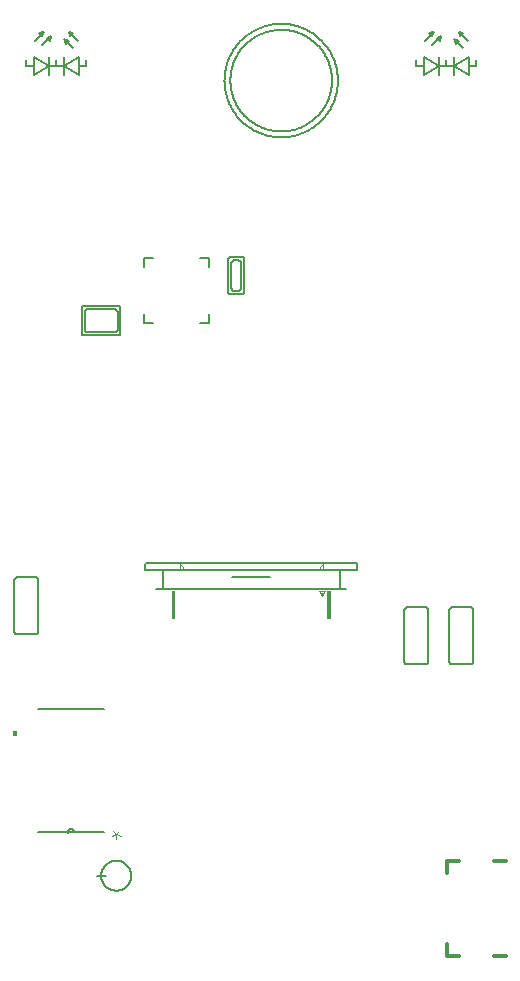
<source format=gto>
G75*
%MOIN*%
%OFA0B0*%
%FSLAX25Y25*%
%IPPOS*%
%LPD*%
%AMOC8*
5,1,8,0,0,1.08239X$1,22.5*
%
%ADD10C,0.00600*%
%ADD11C,0.01200*%
%ADD12C,0.00500*%
%ADD13C,0.00800*%
%ADD14C,0.00100*%
%ADD15C,0.00300*%
%ADD16C,0.00400*%
D10*
X0017200Y0060400D02*
X0029400Y0060400D01*
X0039200Y0060400D01*
X0039700Y0046000D02*
X0036700Y0046000D01*
X0038200Y0046000D02*
X0038202Y0046141D01*
X0038208Y0046282D01*
X0038218Y0046422D01*
X0038232Y0046562D01*
X0038250Y0046702D01*
X0038271Y0046841D01*
X0038297Y0046980D01*
X0038326Y0047118D01*
X0038360Y0047254D01*
X0038397Y0047390D01*
X0038438Y0047525D01*
X0038483Y0047659D01*
X0038532Y0047791D01*
X0038584Y0047922D01*
X0038640Y0048051D01*
X0038700Y0048178D01*
X0038763Y0048304D01*
X0038829Y0048428D01*
X0038900Y0048551D01*
X0038973Y0048671D01*
X0039050Y0048789D01*
X0039130Y0048905D01*
X0039214Y0049018D01*
X0039300Y0049129D01*
X0039390Y0049238D01*
X0039483Y0049344D01*
X0039578Y0049447D01*
X0039677Y0049548D01*
X0039778Y0049646D01*
X0039882Y0049741D01*
X0039989Y0049833D01*
X0040098Y0049922D01*
X0040210Y0050007D01*
X0040324Y0050090D01*
X0040440Y0050170D01*
X0040559Y0050246D01*
X0040680Y0050318D01*
X0040802Y0050388D01*
X0040927Y0050453D01*
X0041053Y0050516D01*
X0041181Y0050574D01*
X0041311Y0050629D01*
X0041442Y0050681D01*
X0041575Y0050728D01*
X0041709Y0050772D01*
X0041844Y0050813D01*
X0041980Y0050849D01*
X0042117Y0050881D01*
X0042255Y0050910D01*
X0042393Y0050935D01*
X0042533Y0050955D01*
X0042673Y0050972D01*
X0042813Y0050985D01*
X0042954Y0050994D01*
X0043094Y0050999D01*
X0043235Y0051000D01*
X0043376Y0050997D01*
X0043517Y0050990D01*
X0043657Y0050979D01*
X0043797Y0050964D01*
X0043937Y0050945D01*
X0044076Y0050923D01*
X0044214Y0050896D01*
X0044352Y0050866D01*
X0044488Y0050831D01*
X0044624Y0050793D01*
X0044758Y0050751D01*
X0044892Y0050705D01*
X0045024Y0050656D01*
X0045154Y0050602D01*
X0045283Y0050545D01*
X0045410Y0050485D01*
X0045536Y0050421D01*
X0045659Y0050353D01*
X0045781Y0050282D01*
X0045901Y0050208D01*
X0046018Y0050130D01*
X0046133Y0050049D01*
X0046246Y0049965D01*
X0046357Y0049878D01*
X0046465Y0049787D01*
X0046570Y0049694D01*
X0046673Y0049597D01*
X0046773Y0049498D01*
X0046870Y0049396D01*
X0046964Y0049291D01*
X0047055Y0049184D01*
X0047143Y0049074D01*
X0047228Y0048962D01*
X0047310Y0048847D01*
X0047389Y0048730D01*
X0047464Y0048611D01*
X0047536Y0048490D01*
X0047604Y0048367D01*
X0047669Y0048242D01*
X0047731Y0048115D01*
X0047788Y0047986D01*
X0047843Y0047856D01*
X0047893Y0047725D01*
X0047940Y0047592D01*
X0047983Y0047458D01*
X0048022Y0047322D01*
X0048057Y0047186D01*
X0048089Y0047049D01*
X0048116Y0046911D01*
X0048140Y0046772D01*
X0048160Y0046632D01*
X0048176Y0046492D01*
X0048188Y0046352D01*
X0048196Y0046211D01*
X0048200Y0046070D01*
X0048200Y0045930D01*
X0048196Y0045789D01*
X0048188Y0045648D01*
X0048176Y0045508D01*
X0048160Y0045368D01*
X0048140Y0045228D01*
X0048116Y0045089D01*
X0048089Y0044951D01*
X0048057Y0044814D01*
X0048022Y0044678D01*
X0047983Y0044542D01*
X0047940Y0044408D01*
X0047893Y0044275D01*
X0047843Y0044144D01*
X0047788Y0044014D01*
X0047731Y0043885D01*
X0047669Y0043758D01*
X0047604Y0043633D01*
X0047536Y0043510D01*
X0047464Y0043389D01*
X0047389Y0043270D01*
X0047310Y0043153D01*
X0047228Y0043038D01*
X0047143Y0042926D01*
X0047055Y0042816D01*
X0046964Y0042709D01*
X0046870Y0042604D01*
X0046773Y0042502D01*
X0046673Y0042403D01*
X0046570Y0042306D01*
X0046465Y0042213D01*
X0046357Y0042122D01*
X0046246Y0042035D01*
X0046133Y0041951D01*
X0046018Y0041870D01*
X0045901Y0041792D01*
X0045781Y0041718D01*
X0045659Y0041647D01*
X0045536Y0041579D01*
X0045410Y0041515D01*
X0045283Y0041455D01*
X0045154Y0041398D01*
X0045024Y0041344D01*
X0044892Y0041295D01*
X0044758Y0041249D01*
X0044624Y0041207D01*
X0044488Y0041169D01*
X0044352Y0041134D01*
X0044214Y0041104D01*
X0044076Y0041077D01*
X0043937Y0041055D01*
X0043797Y0041036D01*
X0043657Y0041021D01*
X0043517Y0041010D01*
X0043376Y0041003D01*
X0043235Y0041000D01*
X0043094Y0041001D01*
X0042954Y0041006D01*
X0042813Y0041015D01*
X0042673Y0041028D01*
X0042533Y0041045D01*
X0042393Y0041065D01*
X0042255Y0041090D01*
X0042117Y0041119D01*
X0041980Y0041151D01*
X0041844Y0041187D01*
X0041709Y0041228D01*
X0041575Y0041272D01*
X0041442Y0041319D01*
X0041311Y0041371D01*
X0041181Y0041426D01*
X0041053Y0041484D01*
X0040927Y0041547D01*
X0040802Y0041612D01*
X0040680Y0041682D01*
X0040559Y0041754D01*
X0040440Y0041830D01*
X0040324Y0041910D01*
X0040210Y0041993D01*
X0040098Y0042078D01*
X0039989Y0042167D01*
X0039882Y0042259D01*
X0039778Y0042354D01*
X0039677Y0042452D01*
X0039578Y0042553D01*
X0039483Y0042656D01*
X0039390Y0042762D01*
X0039300Y0042871D01*
X0039214Y0042982D01*
X0039130Y0043095D01*
X0039050Y0043211D01*
X0038973Y0043329D01*
X0038900Y0043449D01*
X0038829Y0043572D01*
X0038763Y0043696D01*
X0038700Y0043822D01*
X0038640Y0043949D01*
X0038584Y0044078D01*
X0038532Y0044209D01*
X0038483Y0044341D01*
X0038438Y0044475D01*
X0038397Y0044610D01*
X0038360Y0044746D01*
X0038326Y0044882D01*
X0038297Y0045020D01*
X0038271Y0045159D01*
X0038250Y0045298D01*
X0038232Y0045438D01*
X0038218Y0045578D01*
X0038208Y0045718D01*
X0038202Y0045859D01*
X0038200Y0046000D01*
X0029400Y0060400D02*
X0029395Y0060468D01*
X0029386Y0060536D01*
X0029374Y0060604D01*
X0029357Y0060670D01*
X0029337Y0060736D01*
X0029313Y0060800D01*
X0029286Y0060863D01*
X0029255Y0060924D01*
X0029220Y0060984D01*
X0029182Y0061041D01*
X0029141Y0061096D01*
X0029097Y0061148D01*
X0029050Y0061198D01*
X0029000Y0061245D01*
X0028948Y0061290D01*
X0028893Y0061331D01*
X0028836Y0061369D01*
X0028777Y0061403D01*
X0028716Y0061435D01*
X0028653Y0061462D01*
X0028589Y0061486D01*
X0028523Y0061507D01*
X0028457Y0061523D01*
X0028389Y0061536D01*
X0028321Y0061545D01*
X0028253Y0061550D01*
X0028184Y0061551D01*
X0028116Y0061548D01*
X0028047Y0061541D01*
X0027980Y0061531D01*
X0027913Y0061516D01*
X0027847Y0061498D01*
X0027782Y0061476D01*
X0027718Y0061450D01*
X0027656Y0061421D01*
X0027596Y0061388D01*
X0027538Y0061352D01*
X0027481Y0061312D01*
X0027428Y0061270D01*
X0027376Y0061224D01*
X0027328Y0061176D01*
X0027282Y0061125D01*
X0027239Y0061071D01*
X0027200Y0061015D01*
X0027163Y0060957D01*
X0027131Y0060897D01*
X0027101Y0060835D01*
X0027075Y0060771D01*
X0027053Y0060706D01*
X0027035Y0060640D01*
X0027020Y0060573D01*
X0027009Y0060505D01*
X0027002Y0060437D01*
X0026999Y0060369D01*
X0027000Y0060300D01*
X0026999Y0060369D01*
X0027002Y0060437D01*
X0027009Y0060505D01*
X0027020Y0060573D01*
X0027035Y0060640D01*
X0027053Y0060706D01*
X0027075Y0060771D01*
X0027101Y0060835D01*
X0027131Y0060897D01*
X0027163Y0060957D01*
X0027200Y0061015D01*
X0027239Y0061071D01*
X0027282Y0061125D01*
X0027328Y0061176D01*
X0027376Y0061224D01*
X0027428Y0061270D01*
X0027481Y0061312D01*
X0027538Y0061352D01*
X0027596Y0061388D01*
X0027656Y0061421D01*
X0027718Y0061450D01*
X0027782Y0061476D01*
X0027847Y0061498D01*
X0027913Y0061516D01*
X0027980Y0061531D01*
X0028047Y0061541D01*
X0028116Y0061548D01*
X0028184Y0061551D01*
X0028253Y0061550D01*
X0028321Y0061545D01*
X0028389Y0061536D01*
X0028457Y0061523D01*
X0028523Y0061507D01*
X0028589Y0061486D01*
X0028653Y0061462D01*
X0028716Y0061435D01*
X0028777Y0061403D01*
X0028836Y0061369D01*
X0028893Y0061331D01*
X0028948Y0061290D01*
X0029000Y0061245D01*
X0029050Y0061198D01*
X0029097Y0061148D01*
X0029141Y0061096D01*
X0029182Y0061041D01*
X0029220Y0060984D01*
X0029255Y0060924D01*
X0029286Y0060863D01*
X0029313Y0060800D01*
X0029337Y0060736D01*
X0029357Y0060670D01*
X0029374Y0060604D01*
X0029386Y0060536D01*
X0029395Y0060468D01*
X0029400Y0060400D01*
X0039200Y0101600D02*
X0017200Y0101600D01*
X0016200Y0126500D02*
X0010200Y0126500D01*
X0010140Y0126502D01*
X0010079Y0126507D01*
X0010020Y0126516D01*
X0009961Y0126529D01*
X0009902Y0126545D01*
X0009845Y0126565D01*
X0009790Y0126588D01*
X0009735Y0126615D01*
X0009683Y0126644D01*
X0009632Y0126677D01*
X0009583Y0126713D01*
X0009537Y0126751D01*
X0009493Y0126793D01*
X0009451Y0126837D01*
X0009413Y0126883D01*
X0009377Y0126932D01*
X0009344Y0126983D01*
X0009315Y0127035D01*
X0009288Y0127090D01*
X0009265Y0127145D01*
X0009245Y0127202D01*
X0009229Y0127261D01*
X0009216Y0127320D01*
X0009207Y0127379D01*
X0009202Y0127440D01*
X0009200Y0127500D01*
X0009200Y0144500D01*
X0009202Y0144560D01*
X0009207Y0144621D01*
X0009216Y0144680D01*
X0009229Y0144739D01*
X0009245Y0144798D01*
X0009265Y0144855D01*
X0009288Y0144910D01*
X0009315Y0144965D01*
X0009344Y0145017D01*
X0009377Y0145068D01*
X0009413Y0145117D01*
X0009451Y0145163D01*
X0009493Y0145207D01*
X0009537Y0145249D01*
X0009583Y0145287D01*
X0009632Y0145323D01*
X0009683Y0145356D01*
X0009735Y0145385D01*
X0009790Y0145412D01*
X0009845Y0145435D01*
X0009902Y0145455D01*
X0009961Y0145471D01*
X0010020Y0145484D01*
X0010079Y0145493D01*
X0010140Y0145498D01*
X0010200Y0145500D01*
X0016200Y0145500D01*
X0016260Y0145498D01*
X0016321Y0145493D01*
X0016380Y0145484D01*
X0016439Y0145471D01*
X0016498Y0145455D01*
X0016555Y0145435D01*
X0016610Y0145412D01*
X0016665Y0145385D01*
X0016717Y0145356D01*
X0016768Y0145323D01*
X0016817Y0145287D01*
X0016863Y0145249D01*
X0016907Y0145207D01*
X0016949Y0145163D01*
X0016987Y0145117D01*
X0017023Y0145068D01*
X0017056Y0145017D01*
X0017085Y0144965D01*
X0017112Y0144910D01*
X0017135Y0144855D01*
X0017155Y0144798D01*
X0017171Y0144739D01*
X0017184Y0144680D01*
X0017193Y0144621D01*
X0017198Y0144560D01*
X0017200Y0144500D01*
X0017200Y0127500D01*
X0017198Y0127440D01*
X0017193Y0127379D01*
X0017184Y0127320D01*
X0017171Y0127261D01*
X0017155Y0127202D01*
X0017135Y0127145D01*
X0017112Y0127090D01*
X0017085Y0127035D01*
X0017056Y0126983D01*
X0017023Y0126932D01*
X0016987Y0126883D01*
X0016949Y0126837D01*
X0016907Y0126793D01*
X0016863Y0126751D01*
X0016817Y0126713D01*
X0016768Y0126677D01*
X0016717Y0126644D01*
X0016665Y0126615D01*
X0016610Y0126588D01*
X0016555Y0126565D01*
X0016498Y0126545D01*
X0016439Y0126529D01*
X0016380Y0126516D01*
X0016321Y0126507D01*
X0016260Y0126502D01*
X0016200Y0126500D01*
X0015700Y0313000D02*
X0020700Y0316000D01*
X0023200Y0316000D01*
X0025700Y0316000D01*
X0030700Y0313000D01*
X0030700Y0316000D01*
X0033200Y0316000D01*
X0033200Y0318000D01*
X0030700Y0319000D02*
X0030700Y0316000D01*
X0030700Y0319000D02*
X0025700Y0316000D01*
X0025700Y0313000D01*
X0025700Y0316000D02*
X0025700Y0319000D01*
X0023200Y0318000D02*
X0023200Y0316000D01*
X0020700Y0316000D02*
X0020700Y0313000D01*
X0020700Y0316000D02*
X0020700Y0319000D01*
X0020700Y0316000D02*
X0015700Y0319000D01*
X0015700Y0316000D01*
X0015700Y0313000D01*
X0015700Y0316000D02*
X0013200Y0316000D01*
X0013200Y0318000D01*
X0016000Y0324200D02*
X0019000Y0327200D01*
X0017500Y0326700D01*
X0018500Y0325700D01*
X0019000Y0327200D01*
X0018000Y0326700D02*
X0018500Y0326200D01*
X0020000Y0325200D02*
X0021000Y0324200D01*
X0021500Y0325700D01*
X0020000Y0325200D01*
X0020500Y0325200D02*
X0021000Y0324700D01*
X0021500Y0325700D02*
X0018500Y0322700D01*
X0025900Y0324800D02*
X0026400Y0323300D01*
X0027400Y0324300D01*
X0025900Y0324800D01*
X0028900Y0321800D01*
X0030400Y0324300D02*
X0027400Y0327300D01*
X0028900Y0326800D01*
X0027900Y0325800D01*
X0027400Y0327300D01*
X0028200Y0327000D02*
X0028400Y0326800D01*
X0026900Y0324300D02*
X0026400Y0323800D01*
X0139200Y0134500D02*
X0139200Y0117500D01*
X0139202Y0117440D01*
X0139207Y0117379D01*
X0139216Y0117320D01*
X0139229Y0117261D01*
X0139245Y0117202D01*
X0139265Y0117145D01*
X0139288Y0117090D01*
X0139315Y0117035D01*
X0139344Y0116983D01*
X0139377Y0116932D01*
X0139413Y0116883D01*
X0139451Y0116837D01*
X0139493Y0116793D01*
X0139537Y0116751D01*
X0139583Y0116713D01*
X0139632Y0116677D01*
X0139683Y0116644D01*
X0139735Y0116615D01*
X0139790Y0116588D01*
X0139845Y0116565D01*
X0139902Y0116545D01*
X0139961Y0116529D01*
X0140020Y0116516D01*
X0140079Y0116507D01*
X0140140Y0116502D01*
X0140200Y0116500D01*
X0146200Y0116500D01*
X0146260Y0116502D01*
X0146321Y0116507D01*
X0146380Y0116516D01*
X0146439Y0116529D01*
X0146498Y0116545D01*
X0146555Y0116565D01*
X0146610Y0116588D01*
X0146665Y0116615D01*
X0146717Y0116644D01*
X0146768Y0116677D01*
X0146817Y0116713D01*
X0146863Y0116751D01*
X0146907Y0116793D01*
X0146949Y0116837D01*
X0146987Y0116883D01*
X0147023Y0116932D01*
X0147056Y0116983D01*
X0147085Y0117035D01*
X0147112Y0117090D01*
X0147135Y0117145D01*
X0147155Y0117202D01*
X0147171Y0117261D01*
X0147184Y0117320D01*
X0147193Y0117379D01*
X0147198Y0117440D01*
X0147200Y0117500D01*
X0147200Y0134500D01*
X0147198Y0134560D01*
X0147193Y0134621D01*
X0147184Y0134680D01*
X0147171Y0134739D01*
X0147155Y0134798D01*
X0147135Y0134855D01*
X0147112Y0134910D01*
X0147085Y0134965D01*
X0147056Y0135017D01*
X0147023Y0135068D01*
X0146987Y0135117D01*
X0146949Y0135163D01*
X0146907Y0135207D01*
X0146863Y0135249D01*
X0146817Y0135287D01*
X0146768Y0135323D01*
X0146717Y0135356D01*
X0146665Y0135385D01*
X0146610Y0135412D01*
X0146555Y0135435D01*
X0146498Y0135455D01*
X0146439Y0135471D01*
X0146380Y0135484D01*
X0146321Y0135493D01*
X0146260Y0135498D01*
X0146200Y0135500D01*
X0140200Y0135500D01*
X0140140Y0135498D01*
X0140079Y0135493D01*
X0140020Y0135484D01*
X0139961Y0135471D01*
X0139902Y0135455D01*
X0139845Y0135435D01*
X0139790Y0135412D01*
X0139735Y0135385D01*
X0139683Y0135356D01*
X0139632Y0135323D01*
X0139583Y0135287D01*
X0139537Y0135249D01*
X0139493Y0135207D01*
X0139451Y0135163D01*
X0139413Y0135117D01*
X0139377Y0135068D01*
X0139344Y0135017D01*
X0139315Y0134965D01*
X0139288Y0134910D01*
X0139265Y0134855D01*
X0139245Y0134798D01*
X0139229Y0134739D01*
X0139216Y0134680D01*
X0139207Y0134621D01*
X0139202Y0134560D01*
X0139200Y0134500D01*
X0154200Y0134500D02*
X0154200Y0117500D01*
X0154202Y0117440D01*
X0154207Y0117379D01*
X0154216Y0117320D01*
X0154229Y0117261D01*
X0154245Y0117202D01*
X0154265Y0117145D01*
X0154288Y0117090D01*
X0154315Y0117035D01*
X0154344Y0116983D01*
X0154377Y0116932D01*
X0154413Y0116883D01*
X0154451Y0116837D01*
X0154493Y0116793D01*
X0154537Y0116751D01*
X0154583Y0116713D01*
X0154632Y0116677D01*
X0154683Y0116644D01*
X0154735Y0116615D01*
X0154790Y0116588D01*
X0154845Y0116565D01*
X0154902Y0116545D01*
X0154961Y0116529D01*
X0155020Y0116516D01*
X0155079Y0116507D01*
X0155140Y0116502D01*
X0155200Y0116500D01*
X0161200Y0116500D01*
X0161260Y0116502D01*
X0161321Y0116507D01*
X0161380Y0116516D01*
X0161439Y0116529D01*
X0161498Y0116545D01*
X0161555Y0116565D01*
X0161610Y0116588D01*
X0161665Y0116615D01*
X0161717Y0116644D01*
X0161768Y0116677D01*
X0161817Y0116713D01*
X0161863Y0116751D01*
X0161907Y0116793D01*
X0161949Y0116837D01*
X0161987Y0116883D01*
X0162023Y0116932D01*
X0162056Y0116983D01*
X0162085Y0117035D01*
X0162112Y0117090D01*
X0162135Y0117145D01*
X0162155Y0117202D01*
X0162171Y0117261D01*
X0162184Y0117320D01*
X0162193Y0117379D01*
X0162198Y0117440D01*
X0162200Y0117500D01*
X0162200Y0134500D01*
X0162198Y0134560D01*
X0162193Y0134621D01*
X0162184Y0134680D01*
X0162171Y0134739D01*
X0162155Y0134798D01*
X0162135Y0134855D01*
X0162112Y0134910D01*
X0162085Y0134965D01*
X0162056Y0135017D01*
X0162023Y0135068D01*
X0161987Y0135117D01*
X0161949Y0135163D01*
X0161907Y0135207D01*
X0161863Y0135249D01*
X0161817Y0135287D01*
X0161768Y0135323D01*
X0161717Y0135356D01*
X0161665Y0135385D01*
X0161610Y0135412D01*
X0161555Y0135435D01*
X0161498Y0135455D01*
X0161439Y0135471D01*
X0161380Y0135484D01*
X0161321Y0135493D01*
X0161260Y0135498D01*
X0161200Y0135500D01*
X0155200Y0135500D01*
X0155140Y0135498D01*
X0155079Y0135493D01*
X0155020Y0135484D01*
X0154961Y0135471D01*
X0154902Y0135455D01*
X0154845Y0135435D01*
X0154790Y0135412D01*
X0154735Y0135385D01*
X0154683Y0135356D01*
X0154632Y0135323D01*
X0154583Y0135287D01*
X0154537Y0135249D01*
X0154493Y0135207D01*
X0154451Y0135163D01*
X0154413Y0135117D01*
X0154377Y0135068D01*
X0154344Y0135017D01*
X0154315Y0134965D01*
X0154288Y0134910D01*
X0154265Y0134855D01*
X0154245Y0134798D01*
X0154229Y0134739D01*
X0154216Y0134680D01*
X0154207Y0134621D01*
X0154202Y0134560D01*
X0154200Y0134500D01*
X0155700Y0313000D02*
X0155700Y0316000D01*
X0160700Y0313000D01*
X0160700Y0316000D01*
X0163200Y0316000D01*
X0163200Y0318000D01*
X0160700Y0319000D02*
X0160700Y0316000D01*
X0160700Y0319000D02*
X0155700Y0316000D01*
X0155700Y0319000D01*
X0153200Y0318000D02*
X0153200Y0316000D01*
X0155700Y0316000D01*
X0153200Y0316000D02*
X0150700Y0316000D01*
X0145700Y0313000D01*
X0145700Y0316000D01*
X0143200Y0316000D01*
X0143200Y0318000D01*
X0145700Y0319000D02*
X0145700Y0316000D01*
X0145700Y0319000D02*
X0150700Y0316000D01*
X0150700Y0319000D01*
X0150700Y0316000D02*
X0150700Y0313000D01*
X0148500Y0322700D02*
X0151500Y0325700D01*
X0151000Y0324200D01*
X0150000Y0325200D01*
X0151500Y0325700D01*
X0150500Y0325200D02*
X0151000Y0324700D01*
X0148500Y0325700D02*
X0149000Y0327200D01*
X0147500Y0326700D01*
X0148500Y0325700D01*
X0148500Y0326200D02*
X0148000Y0326700D01*
X0149000Y0327200D02*
X0146000Y0324200D01*
X0155900Y0324800D02*
X0156400Y0323300D01*
X0157400Y0324300D01*
X0155900Y0324800D01*
X0158900Y0321800D01*
X0160400Y0324300D02*
X0157400Y0327300D01*
X0158900Y0326800D01*
X0157900Y0325800D01*
X0157400Y0327300D01*
X0158200Y0327000D02*
X0158400Y0326800D01*
X0156900Y0324300D02*
X0156400Y0323800D01*
D11*
X0157326Y0050748D02*
X0153389Y0050748D01*
X0153389Y0046811D01*
X0153389Y0023189D02*
X0153389Y0019252D01*
X0153460Y0019280D02*
X0157326Y0019280D01*
X0157326Y0019252D01*
X0169137Y0019252D02*
X0173074Y0019252D01*
X0173074Y0050748D02*
X0169137Y0050748D01*
D12*
X0074027Y0230173D02*
X0071074Y0230173D01*
X0074027Y0230173D02*
X0074027Y0233126D01*
X0081557Y0239701D02*
X0084711Y0239701D01*
X0084781Y0239703D01*
X0084850Y0239709D01*
X0084920Y0239719D01*
X0084988Y0239732D01*
X0085056Y0239750D01*
X0085122Y0239771D01*
X0085187Y0239796D01*
X0085251Y0239824D01*
X0085313Y0239856D01*
X0085373Y0239892D01*
X0085431Y0239931D01*
X0085487Y0239973D01*
X0085541Y0240018D01*
X0085591Y0240066D01*
X0085639Y0240116D01*
X0085684Y0240170D01*
X0085726Y0240226D01*
X0085765Y0240284D01*
X0085801Y0240344D01*
X0085833Y0240406D01*
X0085861Y0240470D01*
X0085886Y0240535D01*
X0085907Y0240601D01*
X0085925Y0240669D01*
X0085938Y0240737D01*
X0085948Y0240807D01*
X0085954Y0240876D01*
X0085956Y0240946D01*
X0085956Y0251419D01*
X0085954Y0251477D01*
X0085948Y0251534D01*
X0085939Y0251591D01*
X0085926Y0251647D01*
X0085909Y0251702D01*
X0085889Y0251756D01*
X0085865Y0251808D01*
X0085838Y0251859D01*
X0085808Y0251908D01*
X0085774Y0251955D01*
X0085738Y0251999D01*
X0085698Y0252041D01*
X0085656Y0252081D01*
X0085612Y0252117D01*
X0085565Y0252151D01*
X0085516Y0252181D01*
X0085465Y0252208D01*
X0085413Y0252232D01*
X0085359Y0252252D01*
X0085304Y0252269D01*
X0085248Y0252282D01*
X0085191Y0252291D01*
X0085134Y0252297D01*
X0085076Y0252299D01*
X0081557Y0252299D01*
X0081492Y0252297D01*
X0081428Y0252291D01*
X0081364Y0252282D01*
X0081300Y0252269D01*
X0081238Y0252252D01*
X0081176Y0252232D01*
X0081116Y0252208D01*
X0081057Y0252181D01*
X0081001Y0252150D01*
X0080945Y0252116D01*
X0080892Y0252079D01*
X0080842Y0252039D01*
X0080793Y0251996D01*
X0080747Y0251950D01*
X0080704Y0251901D01*
X0080664Y0251851D01*
X0080627Y0251798D01*
X0080593Y0251743D01*
X0080562Y0251686D01*
X0080535Y0251627D01*
X0080511Y0251567D01*
X0080491Y0251505D01*
X0080474Y0251443D01*
X0080461Y0251379D01*
X0080452Y0251315D01*
X0080446Y0251251D01*
X0080444Y0251186D01*
X0080444Y0240814D01*
X0080446Y0240749D01*
X0080452Y0240685D01*
X0080461Y0240621D01*
X0080474Y0240557D01*
X0080491Y0240495D01*
X0080511Y0240433D01*
X0080535Y0240373D01*
X0080562Y0240314D01*
X0080593Y0240258D01*
X0080627Y0240202D01*
X0080664Y0240149D01*
X0080704Y0240099D01*
X0080747Y0240050D01*
X0080793Y0240004D01*
X0080842Y0239961D01*
X0080892Y0239921D01*
X0080945Y0239884D01*
X0081001Y0239850D01*
X0081057Y0239819D01*
X0081116Y0239792D01*
X0081176Y0239768D01*
X0081238Y0239748D01*
X0081300Y0239731D01*
X0081364Y0239718D01*
X0081428Y0239709D01*
X0081492Y0239703D01*
X0081557Y0239701D01*
X0082806Y0240882D02*
X0083594Y0240882D01*
X0083593Y0240882D02*
X0083662Y0240884D01*
X0083730Y0240890D01*
X0083798Y0240900D01*
X0083866Y0240914D01*
X0083932Y0240932D01*
X0083997Y0240953D01*
X0084061Y0240979D01*
X0084123Y0241008D01*
X0084184Y0241040D01*
X0084242Y0241076D01*
X0084298Y0241116D01*
X0084352Y0241158D01*
X0084403Y0241204D01*
X0084452Y0241253D01*
X0084498Y0241304D01*
X0084540Y0241358D01*
X0084580Y0241414D01*
X0084616Y0241472D01*
X0084648Y0241533D01*
X0084677Y0241595D01*
X0084703Y0241659D01*
X0084724Y0241724D01*
X0084742Y0241790D01*
X0084756Y0241858D01*
X0084766Y0241926D01*
X0084772Y0241994D01*
X0084774Y0242063D01*
X0084775Y0242063D02*
X0084775Y0250331D01*
X0084775Y0250330D02*
X0084761Y0250389D01*
X0084744Y0250448D01*
X0084723Y0250505D01*
X0084699Y0250560D01*
X0084672Y0250614D01*
X0084641Y0250667D01*
X0084607Y0250717D01*
X0084571Y0250765D01*
X0084531Y0250811D01*
X0084489Y0250855D01*
X0084444Y0250895D01*
X0084397Y0250933D01*
X0084347Y0250969D01*
X0084296Y0251001D01*
X0084243Y0251030D01*
X0084188Y0251055D01*
X0084131Y0251077D01*
X0084074Y0251096D01*
X0084015Y0251112D01*
X0083956Y0251123D01*
X0083896Y0251132D01*
X0083835Y0251136D01*
X0083775Y0251137D01*
X0083714Y0251134D01*
X0083654Y0251128D01*
X0083594Y0251117D01*
X0083594Y0251118D02*
X0082413Y0251118D01*
X0082412Y0251119D02*
X0082353Y0251105D01*
X0082295Y0251088D01*
X0082238Y0251067D01*
X0082182Y0251043D01*
X0082128Y0251015D01*
X0082076Y0250985D01*
X0082025Y0250951D01*
X0081977Y0250914D01*
X0081931Y0250875D01*
X0081888Y0250832D01*
X0081847Y0250788D01*
X0081809Y0250740D01*
X0081774Y0250691D01*
X0081742Y0250639D01*
X0081713Y0250586D01*
X0081687Y0250531D01*
X0081665Y0250475D01*
X0081646Y0250417D01*
X0081630Y0250358D01*
X0081619Y0250299D01*
X0081610Y0250239D01*
X0081606Y0250178D01*
X0081605Y0250118D01*
X0081608Y0250057D01*
X0081614Y0249997D01*
X0081624Y0249937D01*
X0081625Y0249937D02*
X0081625Y0242063D01*
X0081627Y0241997D01*
X0081632Y0241931D01*
X0081642Y0241865D01*
X0081655Y0241800D01*
X0081671Y0241736D01*
X0081691Y0241673D01*
X0081715Y0241611D01*
X0081742Y0241551D01*
X0081772Y0241492D01*
X0081806Y0241435D01*
X0081843Y0241380D01*
X0081883Y0241327D01*
X0081925Y0241276D01*
X0081971Y0241228D01*
X0082019Y0241182D01*
X0082070Y0241140D01*
X0082123Y0241100D01*
X0082178Y0241063D01*
X0082235Y0241029D01*
X0082294Y0240999D01*
X0082354Y0240972D01*
X0082416Y0240948D01*
X0082479Y0240928D01*
X0082543Y0240912D01*
X0082608Y0240899D01*
X0082674Y0240889D01*
X0082740Y0240884D01*
X0082806Y0240882D01*
X0074027Y0248874D02*
X0074027Y0251827D01*
X0071074Y0251827D01*
X0055326Y0251827D02*
X0052373Y0251827D01*
X0052373Y0248874D01*
X0044499Y0235724D02*
X0031901Y0235724D01*
X0031901Y0226276D01*
X0044499Y0226276D01*
X0044499Y0235724D01*
X0043712Y0233687D02*
X0043712Y0228313D01*
X0043710Y0228245D01*
X0043705Y0228178D01*
X0043696Y0228111D01*
X0043683Y0228044D01*
X0043666Y0227979D01*
X0043647Y0227914D01*
X0043623Y0227850D01*
X0043596Y0227788D01*
X0043566Y0227727D01*
X0043533Y0227669D01*
X0043497Y0227612D01*
X0043457Y0227557D01*
X0043415Y0227504D01*
X0043369Y0227453D01*
X0043322Y0227406D01*
X0043271Y0227360D01*
X0043218Y0227318D01*
X0043163Y0227278D01*
X0043106Y0227242D01*
X0043048Y0227209D01*
X0042987Y0227179D01*
X0042925Y0227152D01*
X0042861Y0227128D01*
X0042796Y0227109D01*
X0042731Y0227092D01*
X0042664Y0227079D01*
X0042597Y0227070D01*
X0042530Y0227065D01*
X0042462Y0227063D01*
X0033938Y0227063D01*
X0033870Y0227065D01*
X0033803Y0227070D01*
X0033736Y0227079D01*
X0033669Y0227092D01*
X0033604Y0227109D01*
X0033539Y0227128D01*
X0033475Y0227152D01*
X0033413Y0227179D01*
X0033352Y0227209D01*
X0033294Y0227242D01*
X0033237Y0227278D01*
X0033182Y0227318D01*
X0033129Y0227360D01*
X0033078Y0227406D01*
X0033031Y0227453D01*
X0032985Y0227504D01*
X0032943Y0227557D01*
X0032903Y0227612D01*
X0032867Y0227669D01*
X0032834Y0227727D01*
X0032804Y0227788D01*
X0032777Y0227850D01*
X0032753Y0227914D01*
X0032734Y0227979D01*
X0032717Y0228044D01*
X0032704Y0228111D01*
X0032695Y0228178D01*
X0032690Y0228245D01*
X0032688Y0228313D01*
X0032688Y0233687D01*
X0032690Y0233755D01*
X0032695Y0233822D01*
X0032704Y0233889D01*
X0032717Y0233956D01*
X0032734Y0234021D01*
X0032753Y0234086D01*
X0032777Y0234150D01*
X0032804Y0234212D01*
X0032834Y0234273D01*
X0032867Y0234331D01*
X0032903Y0234388D01*
X0032943Y0234443D01*
X0032985Y0234496D01*
X0033031Y0234547D01*
X0033078Y0234594D01*
X0033129Y0234640D01*
X0033182Y0234682D01*
X0033237Y0234722D01*
X0033294Y0234758D01*
X0033352Y0234791D01*
X0033413Y0234821D01*
X0033475Y0234848D01*
X0033539Y0234872D01*
X0033604Y0234891D01*
X0033669Y0234908D01*
X0033736Y0234921D01*
X0033803Y0234930D01*
X0033870Y0234935D01*
X0033938Y0234937D01*
X0042462Y0234937D01*
X0042530Y0234935D01*
X0042597Y0234930D01*
X0042664Y0234921D01*
X0042731Y0234908D01*
X0042796Y0234891D01*
X0042861Y0234872D01*
X0042925Y0234848D01*
X0042987Y0234821D01*
X0043048Y0234791D01*
X0043106Y0234758D01*
X0043163Y0234722D01*
X0043218Y0234682D01*
X0043271Y0234640D01*
X0043322Y0234594D01*
X0043369Y0234547D01*
X0043415Y0234496D01*
X0043457Y0234443D01*
X0043497Y0234388D01*
X0043533Y0234331D01*
X0043566Y0234273D01*
X0043596Y0234212D01*
X0043623Y0234150D01*
X0043647Y0234086D01*
X0043666Y0234021D01*
X0043683Y0233956D01*
X0043696Y0233889D01*
X0043705Y0233822D01*
X0043710Y0233755D01*
X0043712Y0233687D01*
X0052373Y0233126D02*
X0052373Y0230173D01*
X0055326Y0230173D01*
X0081271Y0311000D02*
X0081276Y0311415D01*
X0081291Y0311831D01*
X0081317Y0312245D01*
X0081353Y0312659D01*
X0081398Y0313072D01*
X0081454Y0313484D01*
X0081520Y0313894D01*
X0081596Y0314303D01*
X0081682Y0314709D01*
X0081778Y0315113D01*
X0081884Y0315515D01*
X0082000Y0315914D01*
X0082125Y0316310D01*
X0082261Y0316703D01*
X0082405Y0317093D01*
X0082560Y0317478D01*
X0082723Y0317860D01*
X0082896Y0318238D01*
X0083079Y0318611D01*
X0083270Y0318980D01*
X0083470Y0319344D01*
X0083680Y0319703D01*
X0083897Y0320057D01*
X0084124Y0320405D01*
X0084359Y0320748D01*
X0084602Y0321085D01*
X0084854Y0321415D01*
X0085114Y0321740D01*
X0085381Y0322058D01*
X0085656Y0322369D01*
X0085939Y0322673D01*
X0086229Y0322971D01*
X0086527Y0323261D01*
X0086831Y0323544D01*
X0087142Y0323819D01*
X0087460Y0324086D01*
X0087785Y0324346D01*
X0088115Y0324598D01*
X0088452Y0324841D01*
X0088795Y0325076D01*
X0089143Y0325303D01*
X0089497Y0325520D01*
X0089856Y0325730D01*
X0090220Y0325930D01*
X0090589Y0326121D01*
X0090962Y0326304D01*
X0091340Y0326477D01*
X0091722Y0326640D01*
X0092107Y0326795D01*
X0092497Y0326939D01*
X0092890Y0327075D01*
X0093286Y0327200D01*
X0093685Y0327316D01*
X0094087Y0327422D01*
X0094491Y0327518D01*
X0094897Y0327604D01*
X0095306Y0327680D01*
X0095716Y0327746D01*
X0096128Y0327802D01*
X0096541Y0327847D01*
X0096955Y0327883D01*
X0097369Y0327909D01*
X0097785Y0327924D01*
X0098200Y0327929D01*
X0098615Y0327924D01*
X0099031Y0327909D01*
X0099445Y0327883D01*
X0099859Y0327847D01*
X0100272Y0327802D01*
X0100684Y0327746D01*
X0101094Y0327680D01*
X0101503Y0327604D01*
X0101909Y0327518D01*
X0102313Y0327422D01*
X0102715Y0327316D01*
X0103114Y0327200D01*
X0103510Y0327075D01*
X0103903Y0326939D01*
X0104293Y0326795D01*
X0104678Y0326640D01*
X0105060Y0326477D01*
X0105438Y0326304D01*
X0105811Y0326121D01*
X0106180Y0325930D01*
X0106544Y0325730D01*
X0106903Y0325520D01*
X0107257Y0325303D01*
X0107605Y0325076D01*
X0107948Y0324841D01*
X0108285Y0324598D01*
X0108615Y0324346D01*
X0108940Y0324086D01*
X0109258Y0323819D01*
X0109569Y0323544D01*
X0109873Y0323261D01*
X0110171Y0322971D01*
X0110461Y0322673D01*
X0110744Y0322369D01*
X0111019Y0322058D01*
X0111286Y0321740D01*
X0111546Y0321415D01*
X0111798Y0321085D01*
X0112041Y0320748D01*
X0112276Y0320405D01*
X0112503Y0320057D01*
X0112720Y0319703D01*
X0112930Y0319344D01*
X0113130Y0318980D01*
X0113321Y0318611D01*
X0113504Y0318238D01*
X0113677Y0317860D01*
X0113840Y0317478D01*
X0113995Y0317093D01*
X0114139Y0316703D01*
X0114275Y0316310D01*
X0114400Y0315914D01*
X0114516Y0315515D01*
X0114622Y0315113D01*
X0114718Y0314709D01*
X0114804Y0314303D01*
X0114880Y0313894D01*
X0114946Y0313484D01*
X0115002Y0313072D01*
X0115047Y0312659D01*
X0115083Y0312245D01*
X0115109Y0311831D01*
X0115124Y0311415D01*
X0115129Y0311000D01*
X0115124Y0310585D01*
X0115109Y0310169D01*
X0115083Y0309755D01*
X0115047Y0309341D01*
X0115002Y0308928D01*
X0114946Y0308516D01*
X0114880Y0308106D01*
X0114804Y0307697D01*
X0114718Y0307291D01*
X0114622Y0306887D01*
X0114516Y0306485D01*
X0114400Y0306086D01*
X0114275Y0305690D01*
X0114139Y0305297D01*
X0113995Y0304907D01*
X0113840Y0304522D01*
X0113677Y0304140D01*
X0113504Y0303762D01*
X0113321Y0303389D01*
X0113130Y0303020D01*
X0112930Y0302656D01*
X0112720Y0302297D01*
X0112503Y0301943D01*
X0112276Y0301595D01*
X0112041Y0301252D01*
X0111798Y0300915D01*
X0111546Y0300585D01*
X0111286Y0300260D01*
X0111019Y0299942D01*
X0110744Y0299631D01*
X0110461Y0299327D01*
X0110171Y0299029D01*
X0109873Y0298739D01*
X0109569Y0298456D01*
X0109258Y0298181D01*
X0108940Y0297914D01*
X0108615Y0297654D01*
X0108285Y0297402D01*
X0107948Y0297159D01*
X0107605Y0296924D01*
X0107257Y0296697D01*
X0106903Y0296480D01*
X0106544Y0296270D01*
X0106180Y0296070D01*
X0105811Y0295879D01*
X0105438Y0295696D01*
X0105060Y0295523D01*
X0104678Y0295360D01*
X0104293Y0295205D01*
X0103903Y0295061D01*
X0103510Y0294925D01*
X0103114Y0294800D01*
X0102715Y0294684D01*
X0102313Y0294578D01*
X0101909Y0294482D01*
X0101503Y0294396D01*
X0101094Y0294320D01*
X0100684Y0294254D01*
X0100272Y0294198D01*
X0099859Y0294153D01*
X0099445Y0294117D01*
X0099031Y0294091D01*
X0098615Y0294076D01*
X0098200Y0294071D01*
X0097785Y0294076D01*
X0097369Y0294091D01*
X0096955Y0294117D01*
X0096541Y0294153D01*
X0096128Y0294198D01*
X0095716Y0294254D01*
X0095306Y0294320D01*
X0094897Y0294396D01*
X0094491Y0294482D01*
X0094087Y0294578D01*
X0093685Y0294684D01*
X0093286Y0294800D01*
X0092890Y0294925D01*
X0092497Y0295061D01*
X0092107Y0295205D01*
X0091722Y0295360D01*
X0091340Y0295523D01*
X0090962Y0295696D01*
X0090589Y0295879D01*
X0090220Y0296070D01*
X0089856Y0296270D01*
X0089497Y0296480D01*
X0089143Y0296697D01*
X0088795Y0296924D01*
X0088452Y0297159D01*
X0088115Y0297402D01*
X0087785Y0297654D01*
X0087460Y0297914D01*
X0087142Y0298181D01*
X0086831Y0298456D01*
X0086527Y0298739D01*
X0086229Y0299029D01*
X0085939Y0299327D01*
X0085656Y0299631D01*
X0085381Y0299942D01*
X0085114Y0300260D01*
X0084854Y0300585D01*
X0084602Y0300915D01*
X0084359Y0301252D01*
X0084124Y0301595D01*
X0083897Y0301943D01*
X0083680Y0302297D01*
X0083470Y0302656D01*
X0083270Y0303020D01*
X0083079Y0303389D01*
X0082896Y0303762D01*
X0082723Y0304140D01*
X0082560Y0304522D01*
X0082405Y0304907D01*
X0082261Y0305297D01*
X0082125Y0305690D01*
X0082000Y0306086D01*
X0081884Y0306485D01*
X0081778Y0306887D01*
X0081682Y0307291D01*
X0081596Y0307697D01*
X0081520Y0308106D01*
X0081454Y0308516D01*
X0081398Y0308928D01*
X0081353Y0309341D01*
X0081317Y0309755D01*
X0081291Y0310169D01*
X0081276Y0310585D01*
X0081271Y0311000D01*
X0079298Y0311000D02*
X0079304Y0311464D01*
X0079321Y0311927D01*
X0079349Y0312391D01*
X0079389Y0312853D01*
X0079440Y0313314D01*
X0079503Y0313773D01*
X0079576Y0314232D01*
X0079661Y0314688D01*
X0079757Y0315141D01*
X0079864Y0315593D01*
X0079983Y0316041D01*
X0080112Y0316487D01*
X0080252Y0316929D01*
X0080403Y0317368D01*
X0080565Y0317803D01*
X0080737Y0318233D01*
X0080920Y0318660D01*
X0081113Y0319082D01*
X0081316Y0319499D01*
X0081530Y0319910D01*
X0081754Y0320317D01*
X0081987Y0320718D01*
X0082231Y0321113D01*
X0082484Y0321501D01*
X0082746Y0321884D01*
X0083018Y0322260D01*
X0083299Y0322629D01*
X0083589Y0322991D01*
X0083887Y0323346D01*
X0084195Y0323694D01*
X0084510Y0324034D01*
X0084834Y0324366D01*
X0085166Y0324690D01*
X0085506Y0325005D01*
X0085854Y0325313D01*
X0086209Y0325611D01*
X0086571Y0325901D01*
X0086940Y0326182D01*
X0087316Y0326454D01*
X0087699Y0326716D01*
X0088087Y0326969D01*
X0088482Y0327213D01*
X0088883Y0327446D01*
X0089290Y0327670D01*
X0089701Y0327884D01*
X0090118Y0328087D01*
X0090540Y0328280D01*
X0090967Y0328463D01*
X0091397Y0328635D01*
X0091832Y0328797D01*
X0092271Y0328948D01*
X0092713Y0329088D01*
X0093159Y0329217D01*
X0093607Y0329336D01*
X0094059Y0329443D01*
X0094512Y0329539D01*
X0094968Y0329624D01*
X0095427Y0329697D01*
X0095886Y0329760D01*
X0096347Y0329811D01*
X0096809Y0329851D01*
X0097273Y0329879D01*
X0097736Y0329896D01*
X0098200Y0329902D01*
X0098664Y0329896D01*
X0099127Y0329879D01*
X0099591Y0329851D01*
X0100053Y0329811D01*
X0100514Y0329760D01*
X0100973Y0329697D01*
X0101432Y0329624D01*
X0101888Y0329539D01*
X0102341Y0329443D01*
X0102793Y0329336D01*
X0103241Y0329217D01*
X0103687Y0329088D01*
X0104129Y0328948D01*
X0104568Y0328797D01*
X0105003Y0328635D01*
X0105433Y0328463D01*
X0105860Y0328280D01*
X0106282Y0328087D01*
X0106699Y0327884D01*
X0107110Y0327670D01*
X0107517Y0327446D01*
X0107918Y0327213D01*
X0108313Y0326969D01*
X0108701Y0326716D01*
X0109084Y0326454D01*
X0109460Y0326182D01*
X0109829Y0325901D01*
X0110191Y0325611D01*
X0110546Y0325313D01*
X0110894Y0325005D01*
X0111234Y0324690D01*
X0111566Y0324366D01*
X0111890Y0324034D01*
X0112205Y0323694D01*
X0112513Y0323346D01*
X0112811Y0322991D01*
X0113101Y0322629D01*
X0113382Y0322260D01*
X0113654Y0321884D01*
X0113916Y0321501D01*
X0114169Y0321113D01*
X0114413Y0320718D01*
X0114646Y0320317D01*
X0114870Y0319910D01*
X0115084Y0319499D01*
X0115287Y0319082D01*
X0115480Y0318660D01*
X0115663Y0318233D01*
X0115835Y0317803D01*
X0115997Y0317368D01*
X0116148Y0316929D01*
X0116288Y0316487D01*
X0116417Y0316041D01*
X0116536Y0315593D01*
X0116643Y0315141D01*
X0116739Y0314688D01*
X0116824Y0314232D01*
X0116897Y0313773D01*
X0116960Y0313314D01*
X0117011Y0312853D01*
X0117051Y0312391D01*
X0117079Y0311927D01*
X0117096Y0311464D01*
X0117102Y0311000D01*
X0117096Y0310536D01*
X0117079Y0310073D01*
X0117051Y0309609D01*
X0117011Y0309147D01*
X0116960Y0308686D01*
X0116897Y0308227D01*
X0116824Y0307768D01*
X0116739Y0307312D01*
X0116643Y0306859D01*
X0116536Y0306407D01*
X0116417Y0305959D01*
X0116288Y0305513D01*
X0116148Y0305071D01*
X0115997Y0304632D01*
X0115835Y0304197D01*
X0115663Y0303767D01*
X0115480Y0303340D01*
X0115287Y0302918D01*
X0115084Y0302501D01*
X0114870Y0302090D01*
X0114646Y0301683D01*
X0114413Y0301282D01*
X0114169Y0300887D01*
X0113916Y0300499D01*
X0113654Y0300116D01*
X0113382Y0299740D01*
X0113101Y0299371D01*
X0112811Y0299009D01*
X0112513Y0298654D01*
X0112205Y0298306D01*
X0111890Y0297966D01*
X0111566Y0297634D01*
X0111234Y0297310D01*
X0110894Y0296995D01*
X0110546Y0296687D01*
X0110191Y0296389D01*
X0109829Y0296099D01*
X0109460Y0295818D01*
X0109084Y0295546D01*
X0108701Y0295284D01*
X0108313Y0295031D01*
X0107918Y0294787D01*
X0107517Y0294554D01*
X0107110Y0294330D01*
X0106699Y0294116D01*
X0106282Y0293913D01*
X0105860Y0293720D01*
X0105433Y0293537D01*
X0105003Y0293365D01*
X0104568Y0293203D01*
X0104129Y0293052D01*
X0103687Y0292912D01*
X0103241Y0292783D01*
X0102793Y0292664D01*
X0102341Y0292557D01*
X0101888Y0292461D01*
X0101432Y0292376D01*
X0100973Y0292303D01*
X0100514Y0292240D01*
X0100053Y0292189D01*
X0099591Y0292149D01*
X0099127Y0292121D01*
X0098664Y0292104D01*
X0098200Y0292098D01*
X0097736Y0292104D01*
X0097273Y0292121D01*
X0096809Y0292149D01*
X0096347Y0292189D01*
X0095886Y0292240D01*
X0095427Y0292303D01*
X0094968Y0292376D01*
X0094512Y0292461D01*
X0094059Y0292557D01*
X0093607Y0292664D01*
X0093159Y0292783D01*
X0092713Y0292912D01*
X0092271Y0293052D01*
X0091832Y0293203D01*
X0091397Y0293365D01*
X0090967Y0293537D01*
X0090540Y0293720D01*
X0090118Y0293913D01*
X0089701Y0294116D01*
X0089290Y0294330D01*
X0088883Y0294554D01*
X0088482Y0294787D01*
X0088087Y0295031D01*
X0087699Y0295284D01*
X0087316Y0295546D01*
X0086940Y0295818D01*
X0086571Y0296099D01*
X0086209Y0296389D01*
X0085854Y0296687D01*
X0085506Y0296995D01*
X0085166Y0297310D01*
X0084834Y0297634D01*
X0084510Y0297966D01*
X0084195Y0298306D01*
X0083887Y0298654D01*
X0083589Y0299009D01*
X0083299Y0299371D01*
X0083018Y0299740D01*
X0082746Y0300116D01*
X0082484Y0300499D01*
X0082231Y0300887D01*
X0081987Y0301282D01*
X0081754Y0301683D01*
X0081530Y0302090D01*
X0081316Y0302501D01*
X0081113Y0302918D01*
X0080920Y0303340D01*
X0080737Y0303767D01*
X0080565Y0304197D01*
X0080403Y0304632D01*
X0080252Y0305071D01*
X0080112Y0305513D01*
X0079983Y0305959D01*
X0079864Y0306407D01*
X0079757Y0306859D01*
X0079661Y0307312D01*
X0079576Y0307768D01*
X0079503Y0308227D01*
X0079440Y0308686D01*
X0079389Y0309147D01*
X0079349Y0309609D01*
X0079321Y0310073D01*
X0079304Y0310536D01*
X0079298Y0311000D01*
D13*
X0053357Y0150173D02*
X0052964Y0149780D01*
X0052964Y0147811D01*
X0123436Y0147811D01*
X0123436Y0149780D01*
X0123043Y0150173D01*
X0053357Y0150173D01*
X0058672Y0147417D02*
X0058672Y0141906D01*
X0056507Y0141512D02*
X0119893Y0141512D01*
X0117728Y0141906D02*
X0117728Y0147417D01*
X0114381Y0140921D02*
X0114381Y0132063D01*
X0114379Y0132030D01*
X0114374Y0131997D01*
X0114364Y0131966D01*
X0114352Y0131935D01*
X0114336Y0131906D01*
X0114317Y0131879D01*
X0114295Y0131854D01*
X0114270Y0131832D01*
X0114243Y0131813D01*
X0114214Y0131797D01*
X0114183Y0131785D01*
X0114152Y0131775D01*
X0114119Y0131770D01*
X0114086Y0131768D01*
X0114053Y0131770D01*
X0114020Y0131775D01*
X0113989Y0131785D01*
X0113958Y0131797D01*
X0113929Y0131813D01*
X0113902Y0131832D01*
X0113877Y0131854D01*
X0113855Y0131879D01*
X0113836Y0131906D01*
X0113820Y0131935D01*
X0113808Y0131966D01*
X0113798Y0131997D01*
X0113793Y0132030D01*
X0113791Y0132063D01*
X0113791Y0140921D01*
X0094500Y0145400D02*
X0081900Y0145400D01*
X0062609Y0140921D02*
X0062609Y0132063D01*
X0062607Y0132030D01*
X0062602Y0131997D01*
X0062592Y0131966D01*
X0062580Y0131935D01*
X0062564Y0131906D01*
X0062545Y0131879D01*
X0062523Y0131854D01*
X0062498Y0131832D01*
X0062471Y0131813D01*
X0062442Y0131797D01*
X0062411Y0131785D01*
X0062380Y0131775D01*
X0062347Y0131770D01*
X0062314Y0131768D01*
X0062281Y0131770D01*
X0062248Y0131775D01*
X0062217Y0131785D01*
X0062186Y0131797D01*
X0062157Y0131813D01*
X0062130Y0131832D01*
X0062105Y0131854D01*
X0062083Y0131879D01*
X0062064Y0131906D01*
X0062048Y0131935D01*
X0062036Y0131966D01*
X0062026Y0131997D01*
X0062021Y0132030D01*
X0062019Y0132063D01*
X0062019Y0140921D01*
D14*
X0009650Y0094250D02*
X0009650Y0092750D01*
X0008650Y0092750D01*
X0008650Y0094250D01*
X0009650Y0094250D01*
X0009650Y0092750D01*
X0008650Y0092750D01*
X0008650Y0094250D01*
X0009650Y0094250D01*
X0009650Y0094168D02*
X0008650Y0094168D01*
X0009650Y0094168D01*
X0009650Y0094069D02*
X0008650Y0094069D01*
X0009650Y0094069D01*
X0009650Y0093971D02*
X0008650Y0093971D01*
X0009650Y0093971D01*
X0009650Y0093872D02*
X0008650Y0093872D01*
X0009650Y0093872D01*
X0009650Y0093774D02*
X0008650Y0093774D01*
X0009650Y0093774D01*
X0009650Y0093675D02*
X0008650Y0093675D01*
X0009650Y0093675D01*
X0009650Y0093577D02*
X0008650Y0093577D01*
X0009650Y0093577D01*
X0009650Y0093478D02*
X0008650Y0093478D01*
X0009650Y0093478D01*
X0009650Y0093380D02*
X0008650Y0093380D01*
X0009650Y0093380D01*
X0009650Y0093281D02*
X0008650Y0093281D01*
X0009650Y0093281D01*
X0009650Y0093183D02*
X0008650Y0093183D01*
X0009650Y0093183D01*
X0009650Y0093084D02*
X0008650Y0093084D01*
X0009650Y0093084D01*
X0009650Y0092985D02*
X0008650Y0092985D01*
X0009650Y0092985D01*
X0009650Y0092887D02*
X0008650Y0092887D01*
X0009650Y0092887D01*
X0009650Y0092788D02*
X0008650Y0092788D01*
X0009650Y0092788D01*
D15*
X0042300Y0060997D02*
X0043214Y0059822D01*
X0044650Y0059300D01*
X0043214Y0059822D01*
X0041778Y0059300D01*
X0043214Y0059822D01*
X0044128Y0060997D01*
X0043214Y0059822D01*
X0043214Y0058256D01*
X0043214Y0059822D01*
X0042300Y0060997D01*
D16*
X0064381Y0148205D02*
X0064381Y0149780D01*
X0065365Y0148795D01*
X0065365Y0148205D01*
X0111035Y0148205D02*
X0111035Y0148795D01*
X0112019Y0149780D01*
X0112019Y0148205D01*
X0112806Y0140921D02*
X0110838Y0140921D01*
X0110838Y0140724D01*
X0111822Y0139346D01*
X0112806Y0140724D01*
X0112806Y0140921D01*
X0112787Y0140697D02*
X0110858Y0140697D01*
X0111142Y0140298D02*
X0112502Y0140298D01*
X0112217Y0139900D02*
X0111427Y0139900D01*
X0111711Y0139501D02*
X0111933Y0139501D01*
M02*

</source>
